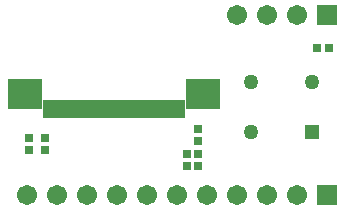
<source format=gts>
G04*
G04 #@! TF.GenerationSoftware,Altium Limited,Altium Designer,19.0.15 (446)*
G04*
G04 Layer_Color=8388736*
%FSLAX25Y25*%
%MOIN*%
G70*
G01*
G75*
%ADD16R,0.03162X0.02769*%
%ADD17R,0.02000X0.06300*%
%ADD18R,0.11200X0.09900*%
%ADD19R,0.02769X0.03162*%
%ADD20R,0.05000X0.05000*%
%ADD21C,0.05000*%
%ADD22R,0.06706X0.06706*%
%ADD23C,0.06706*%
D16*
X11000Y20000D02*
D03*
Y23937D02*
D03*
X5500Y20031D02*
D03*
Y23968D02*
D03*
X62000Y23000D02*
D03*
Y26937D02*
D03*
D17*
X56400Y33500D02*
D03*
X54500D02*
D03*
X52500D02*
D03*
X50500D02*
D03*
X48600D02*
D03*
X46600D02*
D03*
X44600D02*
D03*
X42700D02*
D03*
X40700D02*
D03*
X38700D02*
D03*
X36800D02*
D03*
X34800D02*
D03*
X32800D02*
D03*
X30800D02*
D03*
X28900D02*
D03*
X26900D02*
D03*
X24900D02*
D03*
X23000D02*
D03*
X21000D02*
D03*
X19000D02*
D03*
X17100D02*
D03*
X15100D02*
D03*
X13100D02*
D03*
X11200D02*
D03*
D18*
X4200Y38500D02*
D03*
X63400D02*
D03*
D19*
X105468Y54000D02*
D03*
X101532D02*
D03*
X58031Y18500D02*
D03*
X61968D02*
D03*
X61968Y14500D02*
D03*
X58031D02*
D03*
D20*
X100000Y25965D02*
D03*
D21*
X79528D02*
D03*
Y42500D02*
D03*
X100000D02*
D03*
D22*
X105000Y65000D02*
D03*
Y5000D02*
D03*
D23*
X95000Y65000D02*
D03*
X85000D02*
D03*
X75000D02*
D03*
X95000Y5000D02*
D03*
X85000D02*
D03*
X75000D02*
D03*
X65000D02*
D03*
X55000D02*
D03*
X45000D02*
D03*
X35000D02*
D03*
X25000D02*
D03*
X15000D02*
D03*
X5000D02*
D03*
M02*

</source>
